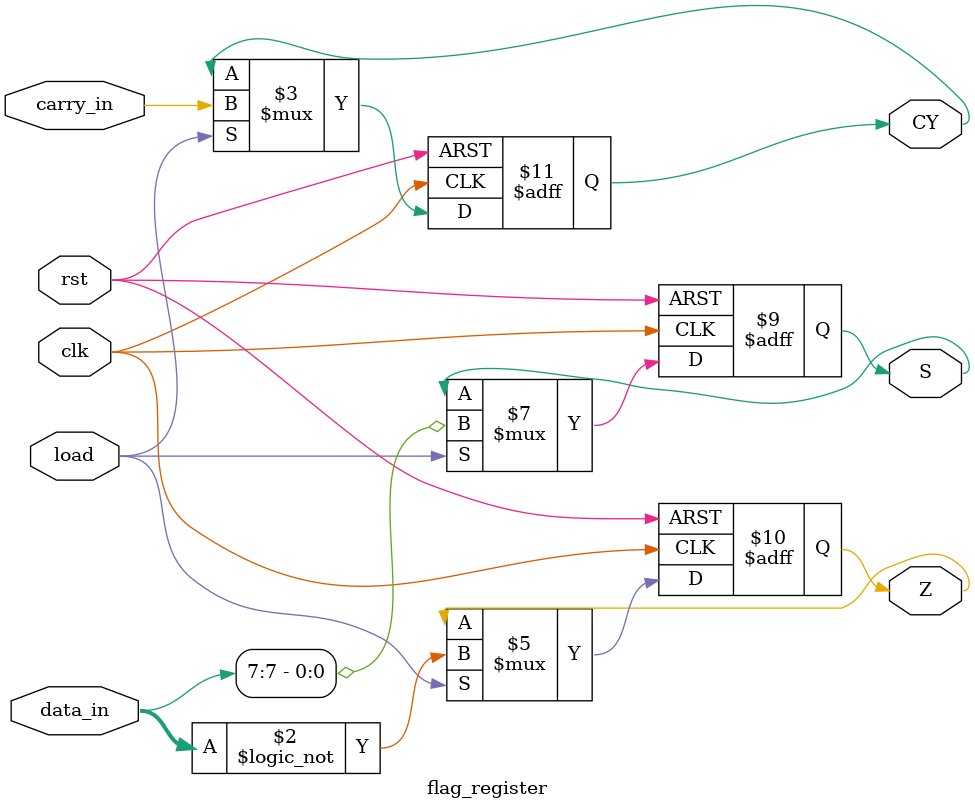
<source format=v>
`timescale 1ns / 1ps

module flag_register(
    input wire clk,
    input wire rst,
    input wire load,
    input wire [7:0] data_in,
    input wire carry_in,
    output reg Z,
    output reg S,
    output reg CY
);
    always @(posedge clk or posedge rst) begin
        if (rst) begin
            Z <= 1'b0;
            S <= 1'b0;
            CY <= 1'b0;
        end else if (load) begin
            Z <= (data_in == 8'b0);
            S <= data_in[7];
            CY <= carry_in;
        end
    end
endmodule

</source>
